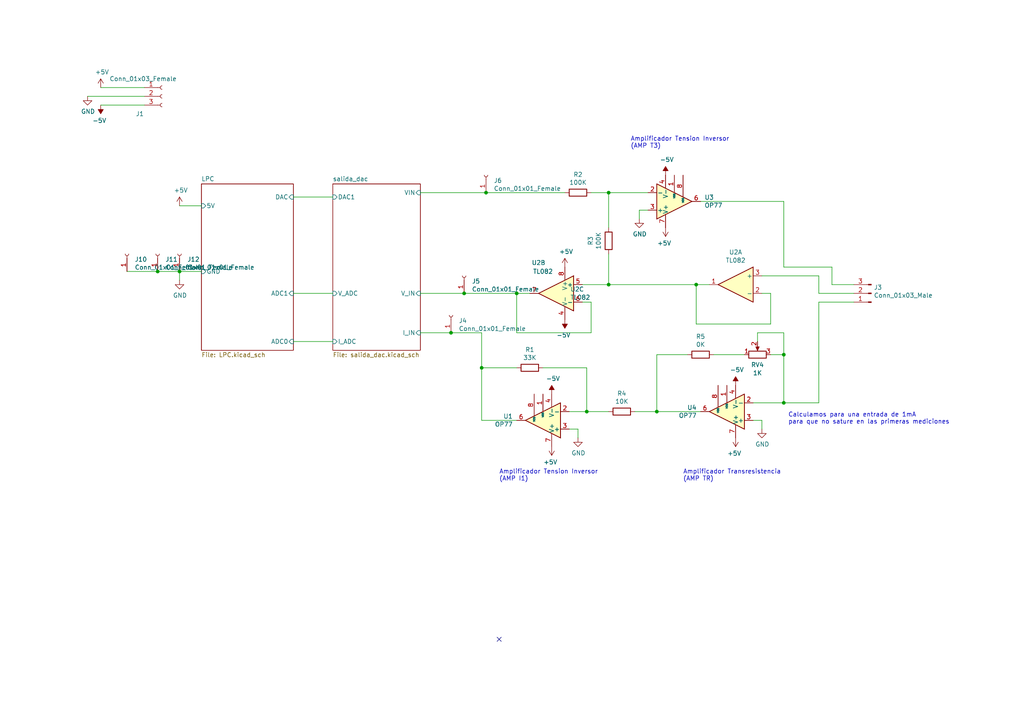
<source format=kicad_sch>
(kicad_sch (version 20211123) (generator eeschema)
  (paper "A4")
  (lib_symbols
    (symbol "Connector:Conn_01x01_Female" (pin_names (offset 1.016) hide)
      (property "Reference" "J" (at 0 2.54 0))
      (property "Value" "Conn_01x01_Female" (at 0 -2.54 0))
      (symbol "Conn_01x01_Female_1_1"
        (polyline (pts (xy -1.27 0) (xy -0.508 0)) (stroke (width 0.1524)))
        (arc (start 0 0.508) (mid -0.508 0) (end 0 -0.508) (stroke (width 0.1524)))
        (pin passive line (at -5.08 0 0) (length 3.81) (name "Pin_1") (number "1"))
      )
    )
    (symbol "potenciostato-rescue:+5V-power" (power) (pin_names (offset 0))
      (property "Value" "+5V-power" (at 0 3.556 0))
      (symbol "+5V-power_0_1"
        (polyline (pts (xy -0.762 1.27) (xy 0 2.54)))
        (polyline (pts (xy 0 0) (xy 0 2.54)))
        (polyline (pts (xy 0 2.54) (xy 0.762 1.27)))
      )
      (symbol "+5V-power_1_1"
        (pin power_in line (at 0 0 90) (length 0) hide (name "+5V") (number "1"))
      )
    )
    (symbol "potenciostato-rescue:-5V-power" (power) (pin_names (offset 0))
      (property "Value" "-5V-power" (at 0 3.81 0))
      (symbol "-5V-power_0_0"
        (pin power_in line (at 0 0 90) (length 0) hide (name "-5V") (number "1"))
      )
      (symbol "-5V-power_0_1"
        (polyline (pts (xy 0 0) (xy 0 1.27) (xy 0.762 1.27) (xy 0 2.54) (xy -0.762 1.27) (xy 0 1.27)) (fill (type outline)))
      )
    )
    (symbol "potenciostato-rescue:Conn_01x03_Female-Connector" (pin_names (offset 1.016) hide)
      (property "Reference" "J" (at 0 5.08 0))
      (property "Value" "Conn_01x03_Female-Connector" (at 0 -5.08 0))
      (symbol "Conn_01x03_Female-Connector_1_1"
        (arc (start 0 -2.032) (mid -0.508 -2.54) (end 0 -3.048) (stroke (width 0.1524)))
        (polyline (pts (xy -1.27 -2.54) (xy -0.508 -2.54)) (stroke (width 0.1524)))
        (polyline (pts (xy -1.27 0) (xy -0.508 0)) (stroke (width 0.1524)))
        (polyline (pts (xy -1.27 2.54) (xy -0.508 2.54)) (stroke (width 0.1524)))
        (arc (start 0 0.508) (mid -0.508 0) (end 0 -0.508) (stroke (width 0.1524)))
        (arc (start 0 3.048) (mid -0.508 2.54) (end 0 2.032) (stroke (width 0.1524)))
        (pin passive line (at -5.08 2.54 0) (length 3.81) (name "Pin_1") (number "1"))
        (pin passive line (at -5.08 0 0) (length 3.81) (name "Pin_2") (number "2"))
        (pin passive line (at -5.08 -2.54 0) (length 3.81) (name "Pin_3") (number "3"))
      )
    )
    (symbol "potenciostato-rescue:Conn_01x03_Male-Connector" (pin_names (offset 1.016) hide)
      (property "Reference" "J" (at 0 5.08 0))
      (property "Value" "Conn_01x03_Male-Connector" (at 0 -5.08 0))
      (symbol "Conn_01x03_Male-Connector_1_1"
        (polyline (pts (xy 1.27 -2.54) (xy 0.8636 -2.54)) (stroke (width 0.1524)))
        (polyline (pts (xy 1.27 0) (xy 0.8636 0)) (stroke (width 0.1524)))
        (polyline (pts (xy 1.27 2.54) (xy 0.8636 2.54)) (stroke (width 0.1524)))
        (rectangle (start 0.8636 -2.413) (end 0 -2.667) (stroke (width 0.1524)) (fill (type outline)))
        (rectangle (start 0.8636 0.127) (end 0 -0.127) (stroke (width 0.1524)) (fill (type outline)))
        (rectangle (start 0.8636 2.667) (end 0 2.413) (stroke (width 0.1524)) (fill (type outline)))
        (pin passive line (at 5.08 2.54 180) (length 3.81) (name "Pin_1") (number "1"))
        (pin passive line (at 5.08 0 180) (length 3.81) (name "Pin_2") (number "2"))
        (pin passive line (at 5.08 -2.54 180) (length 3.81) (name "Pin_3") (number "3"))
      )
    )
    (symbol "potenciostato-rescue:GND-power" (power) (pin_names (offset 0))
      (property "Value" "GND-power" (at 0 -3.81 0))
      (symbol "GND-power_0_1"
        (polyline (pts (xy 0 0) (xy 0 -1.27) (xy 1.27 -1.27) (xy 0 -2.54) (xy -1.27 -1.27) (xy 0 -1.27)))
      )
      (symbol "GND-power_1_1"
        (pin power_in line (at 0 0 270) (length 0) hide (name "GND") (number "1"))
      )
    )
    (symbol "potenciostato-rescue:OP77-Amplifier_Operational" (pin_names (offset 0.127))
      (property "Reference" "U" (at 1.27 6.35 0))
      (property "Value" "OP77-Amplifier_Operational" (at 1.27 3.81 0))
      (symbol "OP77-Amplifier_Operational_0_1"
        (polyline (pts (xy -5.08 5.08) (xy 5.08 0) (xy -5.08 -5.08) (xy -5.08 5.08)) (stroke (width 0.254)) (fill (type background)))
      )
      (symbol "OP77-Amplifier_Operational_1_1"
        (pin input line (at 0 -7.62 90) (length 5.08) (name "VOS") (number "1"))
        (pin input line (at -7.62 -2.54 0) (length 2.54) (name "-") (number "2"))
        (pin input line (at -7.62 2.54 0) (length 2.54) (name "+") (number "3"))
        (pin power_in line (at -2.54 -7.62 90) (length 3.81) (name "V-") (number "4"))
        (pin no_connect line (at 0 2.54 270) (length 2.54) hide (name "NC") (number "5"))
        (pin output line (at 7.62 0 180) (length 2.54) (name "~") (number "6"))
        (pin power_in line (at -2.54 7.62 270) (length 3.81) (name "V+") (number "7"))
        (pin input line (at 2.54 -7.62 90) (length 6.35) (name "VOS") (number "8"))
      )
    )
    (symbol "potenciostato-rescue:R-Device" (pin_numbers hide) (pin_names (offset 0))
      (property "Reference" "R" (at 2.032 0 90))
      (property "Value" "R-Device" (at 0 0 90))
      (symbol "R-Device_0_1"
        (rectangle (start -1.016 -2.54) (end 1.016 2.54) (stroke (width 0.254)))
      )
      (symbol "R-Device_1_1"
        (pin passive line (at 0 3.81 270) (length 1.27) (name "~") (number "1"))
        (pin passive line (at 0 -3.81 90) (length 1.27) (name "~") (number "2"))
      )
    )
    (symbol "potenciostato-rescue:TL082-Amplifier_Operational" (pin_names (offset 0.127))
      (property "Reference" "U" (at 0 5.08 0))
      (property "Value" "TL082-Amplifier_Operational" (at 0 -5.08 0))
      (symbol "TL082-Amplifier_Operational_1_1"
        (polyline (pts (xy -5.08 5.08) (xy 5.08 0) (xy -5.08 -5.08) (xy -5.08 5.08)) (stroke (width 0.254)) (fill (type background)))
        (pin output line (at 7.62 0 180) (length 2.54) (name "~") (number "1"))
        (pin input line (at -7.62 -2.54 0) (length 2.54) (name "-") (number "2"))
        (pin input line (at -7.62 2.54 0) (length 2.54) (name "+") (number "3"))
      )
      (symbol "TL082-Amplifier_Operational_2_1"
        (polyline (pts (xy -5.08 5.08) (xy 5.08 0) (xy -5.08 -5.08) (xy -5.08 5.08)) (stroke (width 0.254)) (fill (type background)))
        (pin input line (at -7.62 2.54 0) (length 2.54) (name "+") (number "5"))
        (pin input line (at -7.62 -2.54 0) (length 2.54) (name "-") (number "6"))
        (pin output line (at 7.62 0 180) (length 2.54) (name "~") (number "7"))
      )
      (symbol "TL082-Amplifier_Operational_3_1"
        (pin power_in line (at -2.54 -7.62 90) (length 3.81) (name "V-") (number "4"))
        (pin power_in line (at -2.54 7.62 270) (length 3.81) (name "V+") (number "8"))
      )
    )
    (symbol "salida_dac-rescue:R_POT-Device" (pin_names (offset 1.016) hide)
      (property "Reference" "RV" (at -4.445 0 90))
      (property "Value" "R_POT-Device" (at -2.54 0 90))
      (symbol "R_POT-Device_0_1"
        (polyline (pts (xy 2.54 0) (xy 1.524 0)))
        (polyline (pts (xy 1.143 0) (xy 2.286 0.508) (xy 2.286 -0.508) (xy 1.143 0)) (fill (type outline)))
        (rectangle (start 1.016 2.54) (end -1.016 -2.54) (stroke (width 0.254)))
      )
      (symbol "R_POT-Device_1_1"
        (pin passive line (at 0 3.81 270) (length 1.27) (name "1") (number "1"))
        (pin passive line (at 3.81 0 180) (length 1.27) (name "2") (number "2"))
        (pin passive line (at 0 -3.81 90) (length 1.27) (name "3") (number "3"))
      )
    )
  )
  (junction (at 176.53 82.55))
  (junction (at 190.5 119.38))
  (junction (at 140.97 55.88))
  (junction (at 176.53 55.88))
  (junction (at 201.93 82.55))
  (junction (at 130.81 96.52))
  (junction (at 227.33 116.84))
  (junction (at 45.72 78.74))
  (junction (at 134.62 85.09))
  (junction (at 149.86 85.09))
  (junction (at 170.18 119.38))
  (junction (at 139.7 106.68))
  (junction (at 52.07 78.74))
  (junction (at 227.33 102.87))
  (no_connect (at 144.78 185.42))
  (wire (pts (xy 223.52 93.98) (xy 201.93 93.98)))
  (wire (pts (xy 149.86 106.68) (xy 139.7 106.68)))
  (wire (pts (xy 227.33 77.47) (xy 241.3 77.47)))
  (wire (pts (xy 170.18 106.68) (xy 157.48 106.68)))
  (wire (pts (xy 176.53 66.04) (xy 176.53 55.88)))
  (wire (pts (xy 187.96 60.96) (xy 185.42 60.96)))
  (wire (pts (xy 171.45 87.63) (xy 171.45 96.52)))
  (wire (pts (xy 185.42 60.96) (xy 185.42 63.5)))
  (wire (pts (xy 36.83 78.74) (xy 45.72 78.74)))
  (wire (pts (xy 201.93 82.55) (xy 176.53 82.55)))
  (wire (pts (xy 219.71 96.52) (xy 219.71 99.06)))
  (wire (pts (xy 149.86 96.52) (xy 149.86 85.09)))
  (wire (pts (xy 52.07 78.74) (xy 52.07 81.28)))
  (wire (pts (xy 96.52 85.09) (xy 85.09 85.09)))
  (wire (pts (xy 223.52 85.09) (xy 223.52 93.98)))
  (wire (pts (xy 139.7 121.92) (xy 149.86 121.92)))
  (wire (pts (xy 220.98 121.92) (xy 220.98 124.46)))
  (wire (pts (xy 149.86 85.09) (xy 134.62 85.09)))
  (wire (pts (xy 149.86 85.09) (xy 153.67 85.09)))
  (wire (pts (xy 140.97 55.88) (xy 163.83 55.88)))
  (wire (pts (xy 176.53 55.88) (xy 187.96 55.88)))
  (wire (pts (xy 45.72 78.74) (xy 52.07 78.74)))
  (wire (pts (xy 171.45 96.52) (xy 149.86 96.52)))
  (wire (pts (xy 134.62 85.09) (xy 121.92 85.09)))
  (wire (pts (xy 203.2 58.42) (xy 227.33 58.42)))
  (wire (pts (xy 190.5 102.87) (xy 190.5 119.38)))
  (wire (pts (xy 139.7 96.52) (xy 139.7 106.68)))
  (wire (pts (xy 247.65 87.63) (xy 237.49 87.63)))
  (wire (pts (xy 237.49 87.63) (xy 237.49 116.84)))
  (wire (pts (xy 237.49 85.09) (xy 247.65 85.09)))
  (wire (pts (xy 121.92 55.88) (xy 140.97 55.88)))
  (wire (pts (xy 227.33 116.84) (xy 218.44 116.84)))
  (wire (pts (xy 241.3 77.47) (xy 241.3 82.55)))
  (wire (pts (xy 85.09 57.15) (xy 96.52 57.15)))
  (wire (pts (xy 199.39 102.87) (xy 190.5 102.87)))
  (wire (pts (xy 165.1 119.38) (xy 170.18 119.38)))
  (wire (pts (xy 218.44 121.92) (xy 220.98 121.92)))
  (wire (pts (xy 227.33 102.87) (xy 227.33 116.84)))
  (wire (pts (xy 167.64 124.46) (xy 167.64 127)))
  (wire (pts (xy 168.91 87.63) (xy 171.45 87.63)))
  (wire (pts (xy 220.98 85.09) (xy 223.52 85.09)))
  (wire (pts (xy 58.42 78.74) (xy 52.07 78.74)))
  (wire (pts (xy 241.3 82.55) (xy 247.65 82.55)))
  (wire (pts (xy 25.4 27.94) (xy 41.91 27.94)))
  (wire (pts (xy 184.15 119.38) (xy 190.5 119.38)))
  (wire (pts (xy 176.53 119.38) (xy 170.18 119.38)))
  (wire (pts (xy 223.52 102.87) (xy 227.33 102.87)))
  (wire (pts (xy 201.93 93.98) (xy 201.93 82.55)))
  (wire (pts (xy 219.71 96.52) (xy 227.33 96.52)))
  (wire (pts (xy 237.49 116.84) (xy 227.33 116.84)))
  (wire (pts (xy 139.7 106.68) (xy 139.7 121.92)))
  (wire (pts (xy 165.1 124.46) (xy 167.64 124.46)))
  (wire (pts (xy 170.18 119.38) (xy 170.18 106.68)))
  (wire (pts (xy 29.21 25.4) (xy 41.91 25.4)))
  (wire (pts (xy 96.52 99.06) (xy 85.09 99.06)))
  (wire (pts (xy 176.53 73.66) (xy 176.53 82.55)))
  (wire (pts (xy 190.5 119.38) (xy 203.2 119.38)))
  (wire (pts (xy 227.33 96.52) (xy 227.33 102.87)))
  (wire (pts (xy 58.42 59.69) (xy 52.07 59.69)))
  (wire (pts (xy 201.93 82.55) (xy 205.74 82.55)))
  (wire (pts (xy 227.33 58.42) (xy 227.33 77.47)))
  (wire (pts (xy 130.81 96.52) (xy 139.7 96.52)))
  (wire (pts (xy 220.98 80.01) (xy 237.49 80.01)))
  (wire (pts (xy 171.45 55.88) (xy 176.53 55.88)))
  (wire (pts (xy 237.49 80.01) (xy 237.49 85.09)))
  (wire (pts (xy 29.21 30.48) (xy 41.91 30.48)))
  (wire (pts (xy 207.01 102.87) (xy 215.9 102.87)))
  (wire (pts (xy 121.92 96.52) (xy 130.81 96.52)))
  (wire (pts (xy 176.53 82.55) (xy 168.91 82.55)))
  (text "Amplificador Tension Inversor\n(AMP I1)" (at 144.78 139.7 0) (effects (font (size 1.27 1.27)) (justify left bottom)))
  (text "Calculamos para una entrada de 1mA \npara que no sature en las primeras mediciones" (at 228.6 123.19 0) (effects (font (size 1.27 1.27)) (justify left bottom)))
  (text "Amplificador Transresistencia\n(AMP TR)" (at 198.12 139.7 0) (effects (font (size 1.27 1.27)) (justify left bottom)))
  (text "Amplificador Tension Inversor\n(AMP T3)" (at 182.88 43.18 0) (effects (font (size 1.27 1.27)) (justify left bottom)))
  (symbol (lib_id "potenciostato-rescue:OP77-Amplifier_Operational") (at 195.58 58.42 0) (mirror x) (unit 1)
    (property "Reference" "U3" (at 204.3176 57.2516 0) (effects (justify left)))
    (property "Value" "OP77" (at 204.3176 59.563 0) (effects (justify left)))
    (property "Footprint" "Package_DIP:DIP-8_W7.62mm_LongPads" (effects hide))
    (property "Datasheet" "https://www.analog.com/media/en/technical-documentation/data-sheets/OP77.pdf" (effects hide))
  )
  (symbol (lib_id "potenciostato-rescue:OP77-Amplifier_Operational") (at 210.82 119.38 180) (unit 1)
    (property "Reference" "U4" (at 202.0824 118.2116 0) (effects (justify left)))
    (property "Value" "OP77" (at 202.0824 120.523 0) (effects (justify left)))
    (property "Footprint" "Package_DIP:DIP-8_W7.62mm_LongPads" (effects hide))
    (property "Datasheet" "https://www.analog.com/media/en/technical-documentation/data-sheets/OP77.pdf" (effects hide))
  )
  (symbol (lib_id "potenciostato-rescue:R-Device") (at 167.64 55.88 270) (unit 1)
    (property "Reference" "R2" (at 167.64 50.6222 90))
    (property "Value" "100K" (at 167.64 52.9336 90))
    (property "Footprint" "Resistor_THT:R_Axial_DIN0207_L6.3mm_D2.5mm_P7.62mm_Horizontal" (effects hide))
  )
  (symbol (lib_id "potenciostato-rescue:R-Device") (at 176.53 69.85 0) (unit 1)
    (property "Reference" "R3" (at 171.2722 69.85 90))
    (property "Value" "100K" (at 173.5836 69.85 90))
    (property "Footprint" "Resistor_THT:R_Axial_DIN0207_L6.3mm_D2.5mm_P10.16mm_Horizontal" (effects hide))
  )
  (symbol (lib_id "potenciostato-rescue:R-Device") (at 203.2 102.87 270) (unit 1)
    (property "Reference" "R5" (at 203.2 97.6122 90))
    (property "Value" "0K" (at 203.2 99.9236 90))
    (property "Footprint" "Resistor_THT:R_Axial_DIN0207_L6.3mm_D2.5mm_P7.62mm_Horizontal" (effects hide))
  )
  (symbol (lib_id "potenciostato-rescue:GND-power") (at 185.42 63.5 0) (unit 1)
    (property "Reference" "#PWR07" (effects hide))
    (property "Value" "GND" (at 185.547 67.8942 0))
  )
  (symbol (lib_id "potenciostato-rescue:GND-power") (at 220.98 124.46 0) (unit 1)
    (property "Reference" "#PWR08" (effects hide))
    (property "Value" "GND" (at 221.107 128.8542 0))
  )
  (symbol (lib_id "potenciostato-rescue:GND-power") (at 25.4 27.94 0) (unit 1)
    (property "Reference" "#PWR01" (effects hide))
    (property "Value" "GND" (at 25.527 32.3342 0))
  )
  (symbol (lib_id "potenciostato-rescue:Conn_01x03_Female-Connector") (at 46.99 27.94 0) (unit 1)
    (property "Reference" "J1" (at 39.37 33.02 0) (effects (justify left)))
    (property "Value" "Conn_01x03_Female" (at 31.75 22.86 0) (effects (justify left)))
    (property "Footprint" "Connector:FanPinHeader_1x03_P2.54mm_Vertical" (effects hide))
  )
  (symbol (lib_id "potenciostato-rescue:Conn_01x03_Male-Connector") (at 252.73 85.09 180) (unit 1)
    (property "Reference" "J3" (at 253.4412 83.3628 0) (effects (justify right)))
    (property "Value" "Conn_01x03_Male" (at 253.4412 85.6742 0) (effects (justify right)))
    (property "Footprint" "Connector:FanPinHeader_1x03_P2.54mm_Vertical" (effects hide))
  )
  (symbol (lib_id "potenciostato-rescue:+5V-power") (at 29.21 25.4 0) (unit 1)
    (property "Reference" "#PWR02" (effects hide))
    (property "Value" "+5V" (at 29.591 20.9042 0))
  )
  (symbol (lib_id "potenciostato-rescue:-5V-power") (at 29.21 30.48 180) (unit 1)
    (property "Reference" "#PWR03" (effects hide))
    (property "Value" "-5V" (at 28.829 34.9758 0))
  )
  (symbol (lib_id "potenciostato-rescue:OP77-Amplifier_Operational") (at 157.48 121.92 180) (unit 1)
    (property "Reference" "U1" (at 148.7424 120.7516 0) (effects (justify left)))
    (property "Value" "OP77" (at 148.7424 123.063 0) (effects (justify left)))
    (property "Footprint" "Package_DIP:DIP-8_W7.62mm_LongPads" (effects hide))
    (property "Datasheet" "https://www.analog.com/media/en/technical-documentation/data-sheets/OP77.pdf" (effects hide))
  )
  (symbol (lib_id "potenciostato-rescue:R-Device") (at 153.67 106.68 270) (unit 1)
    (property "Reference" "R1" (at 153.67 101.4222 90))
    (property "Value" "33K" (at 153.67 103.7336 90))
    (property "Footprint" "Resistor_THT:R_Axial_DIN0207_L6.3mm_D2.5mm_P7.62mm_Horizontal" (effects hide))
  )
  (symbol (lib_id "potenciostato-rescue:GND-power") (at 167.64 127 0) (unit 1)
    (property "Reference" "#PWR06" (effects hide))
    (property "Value" "GND" (at 167.767 131.3942 0))
  )
  (symbol (lib_id "potenciostato-rescue:R-Device") (at 180.34 119.38 270) (unit 1)
    (property "Reference" "R4" (at 180.34 114.1222 90))
    (property "Value" "10K" (at 180.34 116.4336 90))
    (property "Footprint" "Resistor_THT:R_Axial_DIN0207_L6.3mm_D2.5mm_P7.62mm_Horizontal" (effects hide))
  )
  (symbol (lib_id "potenciostato-rescue:TL082-Amplifier_Operational") (at 213.36 82.55 0) (mirror y) (unit 1)
    (property "Reference" "U2" (at 213.36 73.152 0))
    (property "Value" "TL082" (at 213.36 75.5142 0))
    (property "Footprint" "Package_DIP:DIP-8_W7.62mm_LongPads" (effects hide))
    (property "Datasheet" "http://www.ti.com/lit/ds/symlink/tl081.pdf" (effects hide))
  )
  (symbol (lib_id "potenciostato-rescue:TL082-Amplifier_Operational") (at 161.29 85.09 0) (mirror y) (unit 2)
    (property "Reference" "U2" (at 156.21 76.2 0))
    (property "Value" "TL082" (at 157.48 78.74 0))
    (property "Footprint" "Package_DIP:DIP-8_W7.62mm_LongPads" (effects hide))
    (property "Datasheet" "http://www.ti.com/lit/ds/symlink/tl081.pdf" (effects hide))
  )
  (symbol (lib_id "potenciostato-rescue:TL082-Amplifier_Operational") (at 166.37 85.09 0) (unit 3)
    (property "Reference" "U2" (at 165.3794 83.8962 0) (effects (justify left)))
    (property "Value" "TL082" (at 165.3794 86.2584 0) (effects (justify left)))
    (property "Footprint" "Package_DIP:DIP-8_W7.62mm_LongPads" (effects hide))
    (property "Datasheet" "http://www.ti.com/lit/ds/symlink/tl081.pdf" (effects hide))
  )
  (symbol (lib_id "potenciostato-rescue:-5V-power") (at 163.83 92.71 180) (unit 1)
    (property "Reference" "#PWR0101" (effects hide))
    (property "Value" "-5V" (at 163.449 97.2058 0))
  )
  (symbol (lib_id "potenciostato-rescue:+5V-power") (at 163.83 77.47 0) (unit 1)
    (property "Reference" "#PWR0102" (effects hide))
    (property "Value" "+5V" (at 164.211 72.9742 0))
  )
  (symbol (lib_id "potenciostato-rescue:-5V-power") (at 160.02 114.3 0) (unit 1)
    (property "Reference" "#PWR0103" (effects hide))
    (property "Value" "-5V" (at 160.401 109.8042 0))
  )
  (symbol (lib_id "potenciostato-rescue:-5V-power") (at 213.36 111.76 0) (unit 1)
    (property "Reference" "#PWR0104" (effects hide))
    (property "Value" "-5V" (at 213.741 107.2642 0))
  )
  (symbol (lib_id "potenciostato-rescue:-5V-power") (at 193.04 50.8 0) (unit 1)
    (property "Reference" "#PWR0105" (effects hide))
    (property "Value" "-5V" (at 193.421 46.3042 0))
  )
  (symbol (lib_id "potenciostato-rescue:+5V-power") (at 193.04 66.04 180) (unit 1)
    (property "Reference" "#PWR0106" (effects hide))
    (property "Value" "+5V" (at 192.659 70.5358 0))
  )
  (symbol (lib_id "potenciostato-rescue:+5V-power") (at 213.36 127 180) (unit 1)
    (property "Reference" "#PWR0107" (effects hide))
    (property "Value" "+5V" (at 212.979 131.4958 0))
  )
  (symbol (lib_id "potenciostato-rescue:+5V-power") (at 160.02 129.54 180) (unit 1)
    (property "Reference" "#PWR0108" (effects hide))
    (property "Value" "+5V" (at 159.639 134.0358 0))
  )
  (symbol (lib_id "potenciostato-rescue:GND-power") (at 52.07 81.28 0) (unit 1)
    (property "Reference" "#PWR0130" (effects hide))
    (property "Value" "GND" (at 52.197 85.6742 0))
  )
  (symbol (lib_id "potenciostato-rescue:+5V-power") (at 52.07 59.69 0) (unit 1)
    (property "Reference" "#PWR0109" (effects hide))
    (property "Value" "+5V" (at 52.451 55.1942 0))
  )
  (symbol (lib_id "salida_dac-rescue:R_POT-Device") (at 219.71 102.87 90)
    (property "Reference" "RV4" (at 219.71 105.8164 90))
    (property "Value" "1K" (at 219.71 108.1786 90))
    (property "Footprint" "Potentiometer_THT:Potentiometer_Bourns_3266Y_Vertical" (effects hide))
  )
  (symbol (lib_id "Connector:Conn_01x01_Female") (at 130.81 91.44 90) (unit 1)
    (property "Reference" "J4" (at 133.0452 93.0148 90) (effects (justify right)))
    (property "Value" "Conn_01x01_Female" (at 133.0452 95.3262 90) (effects (justify right)))
    (property "Footprint" "Connector_PinHeader_2.54mm:PinHeader_1x01_P2.54mm_Vertical" (effects hide))
  )
  (symbol (lib_id "Connector:Conn_01x01_Female") (at 134.62 80.01 90) (unit 1)
    (property "Reference" "J5" (at 136.8552 81.5848 90) (effects (justify right)))
    (property "Value" "Conn_01x01_Female" (at 136.8552 83.8962 90) (effects (justify right)))
    (property "Footprint" "Connector_PinHeader_2.54mm:PinHeader_1x01_P2.54mm_Vertical" (effects hide))
  )
  (symbol (lib_id "Connector:Conn_01x01_Female") (at 140.97 50.8 90) (unit 1)
    (property "Reference" "J6" (at 143.2052 52.3748 90) (effects (justify right)))
    (property "Value" "Conn_01x01_Female" (at 143.2052 54.6862 90) (effects (justify right)))
    (property "Footprint" "Connector_PinHeader_2.54mm:PinHeader_1x01_P2.54mm_Vertical" (effects hide))
  )
  (symbol (lib_id "Connector:Conn_01x01_Female") (at 52.07 73.66 90) (unit 1)
    (property "Reference" "J12" (at 54.3052 75.2348 90) (effects (justify right)))
    (property "Value" "Conn_01x01_Female" (at 54.3052 77.5462 90) (effects (justify right)))
    (property "Footprint" "Connector_PinHeader_2.54mm:PinHeader_1x01_P2.54mm_Vertical" (effects hide))
  )
  (symbol (lib_id "Connector:Conn_01x01_Female") (at 45.72 73.66 90) (unit 1)
    (property "Reference" "J11" (at 47.9552 75.2348 90) (effects (justify right)))
    (property "Value" "Conn_01x01_Female" (at 47.9552 77.5462 90) (effects (justify right)))
    (property "Footprint" "Connector_PinHeader_2.54mm:PinHeader_1x01_P2.54mm_Vertical" (effects hide))
  )
  (symbol (lib_id "Connector:Conn_01x01_Female") (at 36.83 73.66 90) (unit 1)
    (property "Reference" "J10" (at 39.0652 75.2348 90) (effects (justify right)))
    (property "Value" "Conn_01x01_Female" (at 39.0652 77.5462 90) (effects (justify right)))
    (property "Footprint" "Connector_PinHeader_2.54mm:PinHeader_1x01_P2.54mm_Vertical" (effects hide))
  )
  (sheet (at 96.52 53.34) (size 25.4 48.26)
    (property "Sheet name" "salida_dac" (at 96.52 52.6284 0) (effects (justify left bottom)))
    (property "Sheet file" "salida_dac.kicad_sch" (at 96.52 102.1846 0) (effects (justify left top)))
    (pin "DAC1" input (at 96.52 57.15 180))
    (pin "VIN" input (at 121.92 55.88 0))
    (pin "I_IN" input (at 121.92 96.52 0))
    (pin "I_ADC" input (at 96.52 99.06 180))
    (pin "V_IN" input (at 121.92 85.09 0))
    (pin "V_ADC" input (at 96.52 85.09 180))
  )
  (sheet (at 58.42 53.34) (size 26.67 48.26)
    (property "Sheet name" "LPC" (at 58.42 52.6284 0) (effects (justify left bottom)))
    (property "Sheet file" "LPC.kicad_sch" (at 58.42 102.1846 0) (effects (justify left top)))
    (pin "GND" input (at 58.42 78.74 180))
    (pin "DAC" input (at 85.09 57.15 0))
    (pin "ADC1" input (at 85.09 85.09 0))
    (pin "ADC0" input (at 85.09 99.06 0))
    (pin "5V" input (at 58.42 59.69 180))
  )
)
</source>
